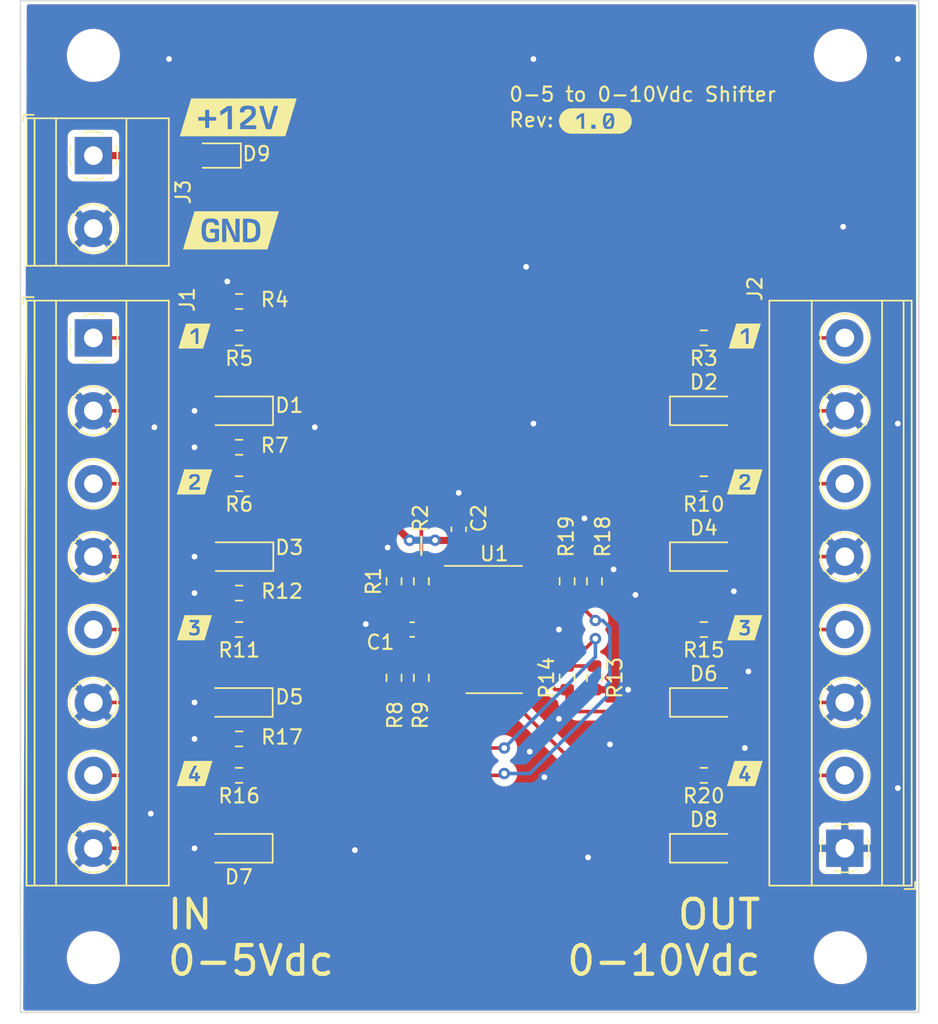
<source format=kicad_pcb>
(kicad_pcb (version 20221018) (generator pcbnew)
  (title_block (title "0-5 to 0-10V DC Level Shifter") (date "2024-02-06") (rev "1.0"))
  (layers (0 "F.Cu" signal) (31 "B.Cu" signal) (34 "B.Paste" user) (35 "F.Paste" user) (36 "B.SilkS" user "B.Silkscreen") (37 "F.SilkS" user "F.Silkscreen") (38 "B.Mask" user) (39 "F.Mask" user) (44 "Edge.Cuts" user))
  (net 0 "")
  (net 1 "Net-(D9-K)")
  (net 2 "GND")
  (net 3 "/IN_1")
  (net 4 "/OUT_1")
  (net 5 "/IN_2")
  (net 6 "/OUT_2")
  (net 7 "/IN_3")
  (net 8 "/OUT_3")
  (net 9 "/IN_4")
  (net 10 "/OUT_4")
  (net 11 "Net-(D9-A)")
  (net 12 "Net-(U1A-IN-)")
  (net 13 "Net-(U1A-OUT1)")
  (net 14 "Net-(U1A-IN+)")
  (net 15 "Net-(U1B-IN+)")
  (net 16 "Net-(U1B-IN-)")
  (net 17 "Net-(U1B-OUT2)")
  (net 18 "Net-(U1C-IN+)")
  (net 19 "Net-(U1C-IN-)")
  (net 20 "Net-(U1C-OUT3)")
  (net 21 "Net-(U1D-IN+)")
  (net 22 "Net-(U1D-IN-)")
  (net 23 "Net-(U1D-OUT4)")
  (footprint "Package_SO:SOIC-14_3.9x8.7mm_P1.27mm" (layer "F.Cu") (at 136.46 90.805)
    (fp_text reference "U1" (at 0 -5.28) (layer "F.SilkS"))
    (fp_text value "TLV9104IDR")
    (pad "1" smd roundrect (at -2.475 -3.81) (size 1.95 0.6) (layers "F.Cu" "F.Paste" "F.Mask") (net 13 "Net-(U1A-OUT1)"))
    (pad "2" smd roundrect (at -2.475 -2.54) (size 1.95 0.6) (layers "F.Cu" "F.Paste" "F.Mask") (net 12 "Net-(U1A-IN-)"))
    (pad "3" smd roundrect (at -2.475 -1.27) (size 1.95 0.6) (layers "F.Cu" "F.Paste" "F.Mask") (net 14 "Net-(U1A-IN+)"))
    (pad "4" smd roundrect (at -2.475 0) (size 1.95 0.6) (layers "F.Cu" "F.Paste" "F.Mask") (net 1 "Net-(D9-K)"))
    (pad "5" smd roundrect (at -2.475 1.27) (size 1.95 0.6) (layers "F.Cu" "F.Paste" "F.Mask") (net 15 "Net-(U1B-IN+)"))
    (pad "6" smd roundrect (at -2.475 2.54) (size 1.95 0.6) (layers "F.Cu" "F.Paste" "F.Mask") (net 16 "Net-(U1B-IN-)"))
    (pad "7" smd roundrect (at -2.475 3.81) (size 1.95 0.6) (layers "F.Cu" "F.Paste" "F.Mask") (net 17 "Net-(U1B-OUT2)"))
    (pad "8" smd roundrect (at 2.475 3.81) (size 1.95 0.6) (layers "F.Cu" "F.Paste" "F.Mask") (net 20 "Net-(U1C-OUT3)"))
    (pad "9" smd roundrect (at 2.475 2.54) (size 1.95 0.6) (layers "F.Cu" "F.Paste" "F.Mask") (net 19 "Net-(U1C-IN-)"))
    (pad "10" smd roundrect (at 2.475 1.27) (size 1.95 0.6) (layers "F.Cu" "F.Paste" "F.Mask") (net 18 "Net-(U1C-IN+)"))
    (pad "11" smd roundrect (at 2.475 0) (size 1.95 0.6) (layers "F.Cu" "F.Paste" "F.Mask") (net 2 "GND"))
    (pad "12" smd roundrect (at 2.475 -1.27) (size 1.95 0.6) (layers "F.Cu" "F.Paste" "F.Mask") (net 21 "Net-(U1D-IN+)"))
    (pad "13" smd roundrect (at 2.475 -2.54) (size 1.95 0.6) (layers "F.Cu" "F.Paste" "F.Mask") (net 22 "Net-(U1D-IN-)"))
    (pad "14" smd roundrect (at 2.475 -3.81) (size 1.95 0.6) (layers "F.Cu" "F.Paste" "F.Mask") (net 23 "Net-(U1D-OUT4)"))
  )
  (footprint "MountingHole:MountingHole_3.2mm_M3_DIN965" (layer "F.Cu") (at 160.59 113.665)
    (fp_text reference "H4" hide)
    (fp_text value "MountingHole")
    (pad "" np_thru_hole circle (at 0 0) (size 3.2 3.2) (drill 3.2) (layers "*.Cu" "*.Mask"))
  )
  (footprint "kibuzzard-65C2349A" (layer "F.Cu") (at 153.924 100.838)
    (fp_text reference "kibuzzard-65C2349A" hide)
    (fp_text value "G***" hide)
  )
  (footprint "Resistor_SMD:R_0603_1608Metric" (layer "F.Cu") (at 118.68 90.805 180)
    (fp_text reference "R11" (at 0 -1.43) (layer "F.SilkS"))
    (fp_text value "510R")
    (pad "1" smd roundrect (at -0.825 0 180) (size 0.8 0.95) (layers "F.Cu" "F.Paste" "F.Mask") (net 18 "Net-(U1C-IN+)"))
    (pad "2" smd roundrect (at 0.825 0 180) (size 0.8 0.95) (layers "F.Cu" "F.Paste" "F.Mask") (net 7 "/IN_3"))
  )
  (footprint "Resistor_SMD:R_0603_1608Metric" (layer "F.Cu") (at 129.475 87.44 90)
    (fp_text reference "R1" (at 0 -1.43 90) (layer "F.SilkS"))
    (fp_text value "10K")
    (pad "1" smd roundrect (at -0.825 0 90) (size 0.8 0.95) (layers "F.Cu" "F.Paste" "F.Mask") (net 12 "Net-(U1A-IN-)"))
    (pad "2" smd roundrect (at 0.825 0 90) (size 0.8 0.95) (layers "F.Cu" "F.Paste" "F.Mask") (net 2 "GND"))
  )
  (footprint "TerminalBlock_Phoenix:TerminalBlock_Phoenix_MKDS-1,5-8-5.08_1x08_P5.08mm_Horizontal" (layer "F.Cu") (at 108.52 70.485 -90)
    (fp_text reference "J1" (at -2.667 -6.542 90) (layer "F.SilkS"))
    (fp_text value "Screw_Terminal_01x08")
    (pad "1" thru_hole rect (at 0 0 270) (size 2.6 2.6) (drill 1.3) (layers "*.Cu" "*.Mask") (net 3 "/IN_1"))
    (pad "2" thru_hole circle (at 5.08 0 270) (size 2.6 2.6) (drill 1.3) (layers "*.Cu" "*.Mask") (net 2 "GND"))
    (pad "3" thru_hole circle (at 10.16 0 270) (size 2.6 2.6) (drill 1.3) (layers "*.Cu" "*.Mask") (net 5 "/IN_2"))
    (pad "4" thru_hole circle (at 15.24 0 270) (size 2.6 2.6) (drill 1.3) (layers "*.Cu" "*.Mask") (net 2 "GND"))
    (pad "5" thru_hole circle (at 20.32 0 270) (size 2.6 2.6) (drill 1.3) (layers "*.Cu" "*.Mask") (net 7 "/IN_3"))
    (pad "6" thru_hole circle (at 25.4 0 270) (size 2.6 2.6) (drill 1.3) (layers "*.Cu" "*.Mask") (net 2 "GND"))
    (pad "7" thru_hole circle (at 30.48 0 270) (size 2.6 2.6) (drill 1.3) (layers "*.Cu" "*.Mask") (net 9 "/IN_4"))
    (pad "8" thru_hole circle (at 35.56 0 270) (size 2.6 2.6) (drill 1.3) (layers "*.Cu" "*.Mask") (net 2 "GND"))
  )
  (footprint "kibuzzard-65C23431" (layer "F.Cu") (at 118.618 55.118)
    (fp_text reference "kibuzzard-65C23431" hide)
    (fp_text value "G***" hide)
  )
  (footprint "Resistor_SMD:R_0603_1608Metric" (layer "F.Cu") (at 118.68 80.645 180)
    (fp_text reference "R6" (at 0 -1.43) (layer "F.SilkS"))
    (fp_text value "510R")
    (pad "1" smd roundrect (at -0.825 0 180) (size 0.8 0.95) (layers "F.Cu" "F.Paste" "F.Mask") (net 15 "Net-(U1B-IN+)"))
    (pad "2" smd roundrect (at 0.825 0 180) (size 0.8 0.95) (layers "F.Cu" "F.Paste" "F.Mask") (net 5 "/IN_2"))
  )
  (footprint "kibuzzard-65C2346D" (layer "F.Cu") (at 153.924 80.518)
    (fp_text reference "kibuzzard-65C2346D" hide)
    (fp_text value "G***" hide)
  )
  (footprint "kibuzzard-65C23458" (layer "F.Cu") (at 153.924 70.358)
    (fp_text reference "kibuzzard-65C23458" hide)
    (fp_text value "G***" hide)
  )
  (footprint "Diode_SMD:D_SOD-123" (layer "F.Cu") (at 151.065 106.045)
    (fp_text reference "D8" (at 0 -2) (layer "F.SilkS"))
    (fp_text value "SJD12A10L01")
    (pad "1" smd roundrect (at -1.65 0) (size 0.9 1.2) (layers "F.Cu" "F.Paste" "F.Mask") (net 10 "/OUT_4"))
    (pad "2" smd roundrect (at 1.65 0) (size 0.9 1.2) (layers "F.Cu" "F.Paste" "F.Mask") (net 2 "GND"))
  )
  (footprint "Resistor_SMD:R_0603_1608Metric" (layer "F.Cu") (at 118.68 67.945 180)
    (fp_text reference "R4" (at -2.478 0.127) (layer "F.SilkS"))
    (fp_text value "220K")
    (pad "1" smd roundrect (at -0.825 0 180) (size 0.8 0.95) (layers "F.Cu" "F.Paste" "F.Mask") (net 14 "Net-(U1A-IN+)"))
    (pad "2" smd roundrect (at 0.825 0 180) (size 0.8 0.95) (layers "F.Cu" "F.Paste" "F.Mask") (net 2 "GND"))
  )
  (footprint "Resistor_SMD:R_0603_1608Metric" (layer "F.Cu") (at 129.475 94.17 -90)
    (fp_text reference "R8" (at 2.604 -0.065 90) (layer "F.SilkS"))
    (fp_text value "10K")
    (pad "1" smd roundrect (at -0.825 0 270) (size 0.8 0.95) (layers "F.Cu" "F.Paste" "F.Mask") (net 16 "Net-(U1B-IN-)"))
    (pad "2" smd roundrect (at 0.825 0 270) (size 0.8 0.95) (layers "F.Cu" "F.Paste" "F.Mask") (net 2 "GND"))
  )
  (footprint "Capacitor_SMD:C_0603_1608Metric" (layer "F.Cu") (at 133.985 83.82 90)
    (fp_text reference "C2" (at 0.762 1.397 90) (layer "F.SilkS"))
    (fp_text value "1uF")
    (pad "1" smd roundrect (at -0.775 0 90) (size 0.9 0.95) (layers "F.Cu" "F.Paste" "F.Mask") (net 1 "Net-(D9-K)"))
    (pad "2" smd roundrect (at 0.775 0 90) (size 0.9 0.95) (layers "F.Cu" "F.Paste" "F.Mask") (net 2 "GND"))
  )
  (footprint "TerminalBlock_Phoenix:TerminalBlock_Phoenix_MKDS-1,5-2-5.08_1x02_P5.08mm_Horizontal" (layer "F.Cu") (at 108.52 57.78 -90)
    (fp_text reference "J3" (at 2.54 -6.26 90) (layer "F.SilkS"))
    (fp_text value "Screw_Terminal_01x02")
    (pad "1" thru_hole rect (at 0 0 270) (size 2.6 2.6) (drill 1.3) (layers "*.Cu" "*.Mask") (net 11 "Net-(D9-A)"))
    (pad "2" thru_hole circle (at 5.08 0 270) (size 2.6 2.6) (drill 1.3) (layers "*.Cu" "*.Mask") (net 2 "GND"))
  )
  (footprint "kibuzzard-65C23448" (layer "F.Cu") (at 118.11 62.992)
    (fp_text reference "kibuzzard-65C23448" hide)
    (fp_text value "G***" hide)
  )
  (footprint "kibuzzard-65C2346D" (layer "F.Cu") (at 115.57 80.518)
    (fp_text reference "kibuzzard-65C2346D" hide)
    (fp_text value "G***" hide)
  )
  (footprint "Resistor_SMD:R_0603_1608Metric" (layer "F.Cu") (at 118.68 88.265 180)
    (fp_text reference "R12" (at -2.986 0.127) (layer "F.SilkS"))
    (fp_text value "220K")
    (pad "1" smd roundrect (at -0.825 0 180) (size 0.8 0.95) (layers "F.Cu" "F.Paste" "F.Mask") (net 18 "Net-(U1C-IN+)"))
    (pad "2" smd roundrect (at 0.825 0 180) (size 0.8 0.95) (layers "F.Cu" "F.Paste" "F.Mask") (net 2 "GND"))
  )
  (footprint "kibuzzard-65C2349A" (layer "F.Cu") (at 115.57 100.838)
    (fp_text reference "kibuzzard-65C2349A" hide)
    (fp_text value "G***" hide)
  )
  (footprint "kibuzzard-65C23477" (layer "F.Cu") (at 153.924 90.678)
    (fp_text reference "kibuzzard-65C23477" hide)
    (fp_text value "G***" hide)
  )
  (footprint "TerminalBlock_Phoenix:TerminalBlock_Phoenix_MKDS-1,5-8-5.08_1x08_P5.08mm_Horizontal" (layer "F.Cu") (at 160.895 106.045 90)
    (fp_text reference "J2" (at 38.989 -6.26 90) (layer "F.SilkS"))
    (fp_text value "Screw_Terminal_01x08")
    (pad "1" thru_hole rect (at 0 0 90) (size 2.6 2.6) (drill 1.3) (layers "*.Cu" "*.Mask") (net 2 "GND"))
    (pad "2" thru_hole circle (at 5.08 0 90) (size 2.6 2.6) (drill 1.3) (layers "*.Cu" "*.Mask") (net 10 "/OUT_4"))
    (pad "3" thru_hole circle (at 10.16 0 90) (size 2.6 2.6) (drill 1.3) (layers "*.Cu" "*.Mask") (net 2 "GND"))
    (pad "4" thru_hole circle (at 15.24 0 90) (size 2.6 2.6) (drill 1.3) (layers "*.Cu" "*.Mask") (net 8 "/OUT_3"))
    (pad "5" thru_hole circle (at 20.32 0 90) (size 2.6 2.6) (drill 1.3) (layers "*.Cu" "*.Mask") (net 2 "GND"))
    (pad "6" thru_hole circle (at 25.4 0 90) (size 2.6 2.6) (drill 1.3) (layers "*.Cu" "*.Mask") (net 6 "/OUT_2"))
    (pad "7" thru_hole circle (at 30.48 0 90) (size 2.6 2.6) (drill 1.3) (layers "*.Cu" "*.Mask") (net 2 "GND"))
    (pad "8" thru_hole circle (at 35.56 0 90) (size 2.6 2.6) (drill 1.3) (layers "*.Cu" "*.Mask") (net 4 "/OUT_1"))
  )
  (footprint "Diode_SMD:D_SOD-123" (layer "F.Cu") (at 151.065 85.725)
    (fp_text reference "D4" (at 0 -2) (layer "F.SilkS"))
    (fp_text value "SJD12A10L01")
    (pad "1" smd roundrect (at -1.65 0) (size 0.9 1.2) (layers "F.Cu" "F.Paste" "F.Mask") (net 6 "/OUT_2"))
    (pad "2" smd roundrect (at 1.65 0) (size 0.9 1.2) (layers "F.Cu" "F.Paste" "F.Mask") (net 2 "GND"))
  )
  (footprint "Resistor_SMD:R_0603_1608Metric" (layer "F.Cu") (at 118.68 78.105 180)
    (fp_text reference "R7" (at -2.478 0.127) (layer "F.SilkS"))
    (fp_text value "220K")
    (pad "1" smd roundrect (at -0.825 0 180) (size 0.8 0.95) (layers "F.Cu" "F.Paste" "F.Mask") (net 15 "Net-(U1B-IN+)"))
    (pad "2" smd roundrect (at 0.825 0 180) (size 0.8 0.95) (layers "F.Cu" "F.Paste" "F.Mask") (net 2 "GND"))
  )
  (footprint "kibuzzard-65C23477" (layer "F.Cu") (at 115.57 90.678)
    (fp_text reference "kibuzzard-65C23477" hide)
    (fp_text value "G***" hide)
  )
  (footprint "Resistor_SMD:R_0603_1608Metric" (layer "F.Cu") (at 151.065 70.485 180)
    (fp_text reference "R3" (at 0 -1.43) (layer "F.SilkS"))
    (fp_text value "10R")
    (pad "1" smd roundrect (at -0.825 0 180) (size 0.8 0.95) (layers "F.Cu" "F.Paste" "F.Mask") (net 4 "/OUT_1"))
    (pad "2" smd roundrect (at 0.825 0 180) (size 0.8 0.95) (layers "F.Cu" "F.Paste" "F.Mask") (net 13 "Net-(U1A-OUT1)"))
  )
  (footprint "Diode_SMD:D_SOD-323" (layer "F.Cu") (at 117.19 57.78 180)
    (fp_text reference "D9" (at -2.698 0.122) (layer "F.SilkS"))
    (fp_text value "BAT20J")
    (pad "1" smd roundrect (at -1.05 0 180) (size 0.6 0.45) (layers "F.Cu" "F.Paste" "F.Mask") (net 1 "Net-(D9-K)"))
    (pad "2" smd roundrect (at 1.05 0 180) (size 0.6 0.45) (layers "F.Cu" "F.Paste" "F.Mask") (net 11 "Net-(D9-A)"))
  )
  (footprint "Resistor_SMD:R_0603_1608Metric" (layer "F.Cu") (at 131.38 87.44 -90)
    (fp_text reference "R2" (at -4.382 0.062 90) (layer "F.SilkS"))
    (fp_text value "10K")
    (pad "1" smd roundrect (at -0.825 0 270) (size 0.8 0.95) (layers "F.Cu" "F.Paste" "F.Mask") (net 13 "Net-(U1A-OUT1)"))
    (pad "2" smd roundrect (at 0.825 0 270) (size 0.8 0.95) (layers "F.Cu" "F.Paste" "F.Mask") (net 12 "Net-(U1A-IN-)"))
  )
  (footprint "MountingHole:MountingHole_3.2mm_M3_DIN965" (layer "F.Cu") (at 108.52 50.8)
    (fp_text reference "H1" hide)
    (fp_text value "MountingHole")
    (pad "" np_thru_hole circle (at 0 0) (size 3.2 3.2) (drill 3.2) (layers "*.Cu" "*.Mask"))
  )
  (footprint "Capacitor_SMD:C_0603_1608Metric" (layer "F.Cu") (at 130.745 90.805 180)
    (fp_text reference "C1" (at 2.221 -0.889) (layer "F.SilkS"))
    (fp_text value "0.1uF")
    (pad "1" smd roundrect (at -0.775 0 180) (size 0.9 0.95) (layers "F.Cu" "F.Paste" "F.Mask") (net 1 "Net-(D9-K)"))
    (pad "2" smd roundrect (at 0.775 0 180) (size 0.9 0.95) (layers "F.Cu" "F.Paste" "F.Mask") (net 2 "GND"))
  )
  (footprint "Diode_SMD:D_SOD-123" (layer "F.Cu") (at 118.68 75.565 180)
    (fp_text reference "D1" (at -3.494 0.381) (layer "F.SilkS"))
    (fp_text value "SJD12A10L01")
    (pad "1" smd roundrect (at -1.65 0 180) (size 0.9 1.2) (layers "F.Cu" "F.Paste" "F.Mask") (net 3 "/IN_1"))
    (pad "2" smd roundrect (at 1.65 0 180) (size 0.9 1.2) (layers "F.Cu" "F.Paste" "F.Mask") (net 2 "GND"))
  )
  (footprint "Resistor_SMD:R_0603_1608Metric" (layer "F.Cu") (at 143.445 87.44 90)
    (fp_text reference "R18" (at 3.112 0.573 90) (layer "F.SilkS"))
    (fp_text value "10K")
    (pad "1" smd roundrect (at -0.825 0 90) (size 0.8 0.95) (layers "F.Cu" "F.Paste" "F.Mask") (net 22 "Net-(U1D-IN-)"))
    (pad "2" smd roundrect (at 0.825 0 90) (size 0.8 0.95) (layers "F.Cu" "F.Paste" "F.Mask") (net 2 "GND"))
  )
  (footprint "Resistor_SMD:R_0603_1608Metric" (layer "F.Cu") (at 118.68 70.485 180)
    (fp_text reference "R5" (at 0 -1.43) (layer "F.SilkS"))
    (fp_text value "510R")
    (pad "1" smd roundrect (at -0.825 0 180) (size 0.8 0.95) (layers "F.Cu" "F.Paste" "F.Mask") (net 14 "Net-(U1A-IN+)"))
    (pad "2" smd roundrect (at 0.825 0 180) (size 0.8 0.95) (layers "F.Cu" "F.Paste" "F.Mask") (net 3 "/IN_1"))
  )
  (footprint "Diode_SMD:D_SOD-123" (layer "F.Cu") (at 118.6575 95.885 180)
    (fp_text reference "D5" (at -3.5165 0.381) (layer "F.SilkS"))
    (fp_text value "SJD12A10L01")
    (pad "1" smd roundrect (at -1.65 0 180) (size 0.9 1.2) (layers "F.Cu" "F.Paste" "F.Mask") (net 7 "/IN_3"))
    (pad "2" smd roundrect (at 1.65 0 180) (size 0.9 1.2) (layers "F.Cu" "F.Paste" "F.Mask") (net 2 "GND"))
  )
  (footprint "kibuzzard-65C23458" (layer "F.Cu") (at 115.57 70.358)
    (fp_text reference "kibuzzard-65C23458" hide)
    (fp_text value "G***" hide)
  )
  (footprint "Resistor_SMD:R_0603_1608Metric" (layer "F.Cu") (at 118.68 98.425 180)
    (fp_text reference "R17" (at -2.986 0.127) (layer "F.SilkS"))
    (fp_text value "220K")
    (pad "1" smd roundrect (at -0.825 0 180) (size 0.8 0.95) (layers "F.Cu" "F.Paste" "F.Mask") (net 21 "Net-(U1D-IN+)"))
    (pad "2" smd roundrect (at 0.825 0 180) (size 0.8 0.95) (layers "F.Cu" "F.Paste" "F.Mask") (net 2 "GND"))
  )
  (footprint "MountingHole:MountingHole_3.2mm_M3_DIN965" (layer "F.Cu") (at 108.52 113.665)
    (fp_text reference "H2" hide)
    (fp_text value "MountingHole")
    (pad "" np_thru_hole circle (at 0 0) (size 3.2 3.2) (drill 3.2) (layers "*.Cu" "*.Mask"))
  )
  (footprint "Diode_SMD:D_SOD-123" (layer "F.Cu") (at 151.065 95.885)
    (fp_text reference "D6" (at 0 -2) (layer "F.SilkS"))
    (fp_text value "SJD12A10L01")
    (pad "1" smd roundrect (at -1.65 0) (size 0.9 1.2) (layers "F.Cu" "F.Paste" "F.Mask") (net 8 "/OUT_3"))
    (pad "2" smd roundrect (at 1.65 0) (size 0.9 1.2) (layers "F.Cu" "F.Paste" "F.Mask") (net 2 "GND"))
  )
  (footprint "Diode_SMD:D_SOD-123" (layer "F.Cu") (at 151.065 75.565)
    (fp_text reference "D2" (at 0 -2) (layer "F.SilkS"))
    (fp_text value "SJD12A10L01")
    (pad "1" smd roundrect (at -1.65 0) (size 0.9 1.2) (layers "F.Cu" "F.Paste" "F.Mask") (net 4 "/OUT_1"))
    (pad "2" smd roundrect (at 1.65 0) (size 0.9 1.2) (layers "F.Cu" "F.Paste" "F.Mask") (net 2 "GND"))
  )
  (footprint "Resistor_SMD:R_0603_1608Metric" (layer "F.Cu") (at 143.445 94.17 -90)
    (fp_text reference "R13" (at 0 -1.43 90) (layer "F.SilkS"))
    (fp_text value "10K")
    (pad "1" smd roundrect (at -0.825 0 270) (size 0.8 0.95) (layers "F.Cu" "F.Paste" "F.Mask") (net 19 "Net-(U1C-IN-)"))
    (pad "2" smd roundrect (at 0.825 0 270) (size 0.8 0.95) (layers "F.Cu" "F.Paste" "F.Mask") (net 2 "GND"))
  )
  (footprint "Resistor_SMD:R_0603_1608Metric" (layer "F.Cu") (at 118.68 100.965 180)
    (fp_text reference "R16" (at 0 -1.43) (layer "F.SilkS"))
    (fp_text value "510R")
    (pad "1" smd roundrect (at -0.825 0 180) (size 0.8 0.95) (layers "F.Cu" "F.Paste" "F.Mask") (net 21 "Net-(U1D-IN+)"))
    (pad "2" smd roundrect (at 0.825 0 180) (size 0.8 0.95) (layers "F.Cu" "F.Paste" "F.Mask") (net 9 "/IN_4"))
  )
  (footprint "Resistor_SMD:R_0603_1608Metric" (layer "F.Cu") (at 131.38 94.17 90)
    (fp_text reference "R9" (at -2.604 -0.062 90) (layer "F.SilkS"))
    (fp_text value "10K")
    (pad "1" smd roundrect (at -0.825 0 90) (size 0.8 0.95) (layers "F.Cu" "F.Paste" "F.Mask") (net 17 "Net-(U1B-OUT2)"))
    (pad "2" smd roundrect (at 0.825 0 90) (size 0.8 0.95) (layers "F.Cu" "F.Paste" "F.Mask") (net 16 "Net-(U1B-IN-)"))
  )
  (footprint "Resistor_SMD:R_0603_1608Metric" (layer "F.Cu") (at 151.065 90.805 180)
    (fp_text reference "R15" (at 0 -1.43) (layer "F.SilkS"))
    (fp_text value "10R")
    (pad "1" smd roundrect (at -0.825 0 180) (size 0.8 0.95) (layers "F.Cu" "F.Paste" "F.Mask") (net 8 "/OUT_3"))
    (pad "2" smd roundrect (at 0.825 0 180) (size 0.8 0.95) (layers "F.Cu" "F.Paste" "F.Mask") (net 20 "Net-(U1C-OUT3)"))
  )
  (footprint "kibuzzard-65C234C2" (layer "F.Cu") (at 143.51 55.372)
    (fp_text reference "kibuzzard-65C234C2" hide)
    (fp_text value "G***" hide)
  )
  (footprint "Resistor_SMD:R_0603_1608Metric" (layer "F.Cu") (at 141.54 87.44 -90)
    (fp_text reference "R19" (at -3.112 0.062 90) (layer "F.SilkS"))
    (fp_text value "10K")
    (pad "1" smd roundrect (at -0.825 0 270) (size 0.8 0.95) (layers "F.Cu" "F.Paste" "F.Mask") (net 23 "Net-(U1D-OUT4)"))
    (pad "2" smd roundrect (at 0.825 0 270) (size 0.8 0.95) (layers "F.Cu" "F.Paste" "F.Mask") (net 22 "Net-(U1D-IN-)"))
  )
  (footprint "Resistor_SMD:R_0603_1608Metric" (layer "F.Cu") (at 151.065 80.645 180)
    (fp_text reference "R10" (at 0 -1.43) (layer "F.SilkS"))
    (fp_text value "10R")
    (pad "1" smd roundrect (at -0.825 0 180) (size 0.8 0.95) (layers "F.Cu" "F.Paste" "F.Mask") (net 6 "/OUT_2"))
    (pad "2" smd roundrect (at 0.825 0 180) (size 0.8 0.95) (layers "F.Cu" "F.Paste" "F.Mask") (net 17 "Net-(U1B-OUT2)"))
  )
  (footprint "Diode_SMD:D_SOD-123" (layer "F.Cu") (at 118.7025 85.725 180)
    (fp_text reference "D3" (at -3.4715 0.635) (layer "F.SilkS"))
    (fp_text value "SJD12A10L01")
    (pad "1" smd roundrect (at -1.65 0 180) (size 0.9 1.2) (layers "F.Cu" "F.Paste" "F.Mask") (net 5 "/IN_2"))
    (pad "2" smd roundrect (at 1.65 0 180) (size 0.9 1.2) (layers "F.Cu" "F.Paste" "F.Mask") (net 2 "GND"))
  )
  (footprint "Diode_SMD:D_SOD-123" (layer "F.Cu") (at 118.6575 106.045 180)
    (fp_text reference "D7" (at 0 -2) (layer "F.SilkS"))
    (fp_text value "SJD12A10L01")
    (pad "1" smd roundrect (at -1.65 0 180) (size 0.9 1.2) (layers "F.Cu" "F.Paste" "F.Mask") (net 9 "/IN_4"))
    (pad "2" smd roundrect (at 1.65 0 180) (size 0.9 1.2) (layers "F.Cu" "F.Paste" "F.Mask") (net 2 "GND"))
  )
  (footprint "Resistor_SMD:R_0603_1608Metric" (layer "F.Cu") (at 151.065 100.965 180)
    (fp_text reference "R20" (at 0 -1.43) (layer "F.SilkS"))
    (fp_text value "10R")
    (pad "1" smd roundrect (at -0.825 0 180) (size 0.8 0.95) (layers "F.Cu" "F.Paste" "F.Mask") (net 10 "/OUT_4"))
    (pad "2" smd roundrect (at 0.825 0 180) (size 0.8 0.95) (layers "F.Cu" "F.Paste" "F.Mask") (net 23 "Net-(U1D-OUT4)"))
  )
  (footprint "MountingHole:MountingHole_3.2mm_M3_DIN965" (layer "F.Cu") (at 160.59 50.8)
    (fp_text reference "H3" hide)
    (fp_text value "MountingHole")
    (pad "" np_thru_hole circle (at 0 0) (size 3.2 3.2) (drill 3.2) (layers "*.Cu" "*.Mask"))
  )
  (footprint "Resistor_SMD:R_0603_1608Metric" (layer "F.Cu") (at 141.54 94.17 90)
    (fp_text reference "R14" (at 0 -1.43 90) (layer "F.SilkS"))
    (fp_text value "10K")
    (pad "1" smd roundrect (at -0.825 0 90) (size 0.8 0.95) (layers "F.Cu" "F.Paste" "F.Mask") (net 20 "Net-(U1C-OUT3)"))
    (pad "2" smd roundrect (at 0.825 0 90) (size 0.8 0.95) (layers "F.Cu" "F.Paste" "F.Mask") (net 19 "Net-(U1C-IN-)"))
  )
  (gr_line (start 131.38 85.598) (end 131.38 84.328) (stroke (width 0.15)) (layer "F.SilkS"))
  (gr_rect (start 103.44 46.99) (end 166.051 117.475) (stroke (width 0.1)) (fill none) (layer "Edge.Cuts"))
  (gr_text "IN\n0-5Vdc" (at 113.538 112.268) (layer "F.SilkS") (effects (font (size 2 2) (thickness 0.3)) (justify left)))
  (gr_text "OUT\n0-10Vdc" (at 155.194 112.268) (layer "F.SilkS") (effects (font (size 2 2) (thickness 0.3)) (justify right)))
  (gr_text "Rev:" (at 137.414 55.88) (layer "F.SilkS") (effects (font (size 1 1)) (justify left bottom)))
  (gr_text "0-5 to 0-10Vdc Shifter" (at 137.414 54.102) (layer "F.SilkS") (effects (font (size 1 1)) (justify left bottom)))
  (segment (start 133.985 90.805) (end 131.52 90.805) (width 0.5) (layer "F.Cu") (net 1))
  (segment (start 129.286 83.312) (end 129.286 58.928) (width 0.5) (layer "F.Cu") (net 1))
  (segment (start 129.286 58.928) (end 128.138 57.78) (width 0.5) (layer "F.Cu") (net 1))
  (segment (start 132.347 84.595) (end 132.334 84.582) (width 0.5) (layer "F.Cu") (net 1))
  (segment (start 135.395 84.595) (end 133.985 84.595) (width 0.5) (layer "F.Cu") (net 1))
  (segment (start 133.985 84.595) (end 132.347 84.595) (width 0.5) (layer "F.Cu") (net 1))
  (segment (start 135.255 90.805) (end 135.636 90.424) (width 0.5) (layer "F.Cu") (net 1))
  (segment (start 135.636 84.836) (end 135.395 84.595) (width 0.5) (layer "F.Cu") (net 1))
  (segment (start 130.556 84.582) (end 129.286 83.312) (width 0.5) (layer "F.Cu") (net 1))
  (segment (start 133.985 90.805) (end 135.255 90.805) (width 0.5) (layer "F.Cu") (net 1))
  (segment (start 128.138 57.78) (end 118.24 57.78) (width 0.5) (layer "F.Cu") (net 1))
  (segment (start 135.636 90.424) (end 135.636 84.836) (width 0.5) (layer "F.Cu") (net 1))
  (via (at 130.556 84.582) (size 0.8) (drill 0.4) (layers "F.Cu" "B.Cu") (net 1))
  (via (at 132.334 84.582) (size 0.8) (drill 0.4) (layers "F.Cu" "B.Cu") (net 1))
  (segment (start 132.334 84.582) (end 130.556 84.582) (width 0.5) (layer "B.Cu") (net 1))
  (segment (start 115.443 95.885) (end 108.52 95.885) (width 0.25) (layer "F.Cu") (net 2))
  (segment (start 115.443 85.725) (end 108.52 85.725) (width 0.25) (layer "F.Cu") (net 2))
  (segment (start 115.57 75.692) (end 115.443 75.565) (width 0.25) (layer "F.Cu") (net 2))
  (segment (start 111.06 78.105) (end 108.52 75.565) (width 0.25) (layer "F.Cu") (net 2))
  (segment (start 115.697 106.045) (end 115.57 105.918) (width 0.25) (layer "F.Cu") (net 2))
  (segment (start 152.715 85.725) (end 160.895 85.725) (width 0.25) (layer "F.Cu") (net 2))
  (segment (start 152.715 75.565) (end 160.895 75.565) (width 0.25) (layer "F.Cu") (net 2))
  (segment (start 115.697 85.725) (end 115.57 85.598) (width 0.25) (layer "F.Cu") (net 2))
  (segment (start 115.443 75.565) (end 108.52 75.565) (width 0.25) (layer "F.Cu") (net 2))
  (segment (start 117.855 98.425) (end 115.697 98.425) (width 0.25) (layer "F.Cu") (net 2))
  (segment (start 144.779 86.615) (end 144.78 86.614) (width 0.25) (layer "F.Cu") (net 2))
  (segment (start 145.795 94.995) (end 143.445 94.995) (width 0.25) (layer "F.Cu") (net 2))
  (segment (start 115.697 88.265) (end 115.57 88.138) (width 0.25) (layer "F.Cu") (net 2))
  (segment (start 117.855 66.549) (end 117.856 66.548) (width 0.25) (layer "F.Cu") (net 2))
  (segment (start 111.06 88.265) (end 108.52 85.725) (width 0.25) (layer "F.Cu") (net 2))
  (segment (start 117.855 88.265) (end 115.697 88.265) (width 0.25) (layer "F.Cu") (net 2))
  (segment (start 129.475 85.533) (end 129.032 85.09) (width 0.25) (layer "F.Cu") (net 2))
  (segment (start 115.57 78.232) (end 115.443 78.105) (width 0.25) (layer "F.Cu") (net 2))
  (segment (start 152.715 106.045) (end 160.895 106.045) (width 0.25) (layer "F.Cu") (net 2))
  (segment (start 117.855 78.105) (end 115.697 78.105) (width 0.25) (layer "F.Cu") (net 2))
  (segment (start 115.57 88.138) (end 115.443 88.265) (width 0.25) (layer "F.Cu") (net 2))
  (segment (start 117.0525 85.725) (end 115.697 85.725) (width 0.25) (layer "F.Cu") (net 2))
  (segment (start 115.697 95.885) (end 115.57 96.012) (width 0.25) (layer "F.Cu") (net 2))
  (segment (start 115.443 98.425) (end 111.06 98.425) (width 0.25) (layer "F.Cu") (net 2))
  (segment (start 115.443 88.265) (end 111.06 88.265) (width 0.25) (layer "F.Cu") (net 2))
  (segment (start 143.445 86.615) (end 144.779 86.615) (width 0.25) (layer "F.Cu") (net 2))
  (segment (start 152.715 95.885) (end 160.895 95.885) (width 0.25) (layer "F.Cu") (net 2))
  (segment (start 115.443 106.045) (end 108.52 106.045) (width 0.25) (layer "F.Cu") (net 2))
  (segment (start 145.796 94.996) (end 145.795 94.995) (width 0.25) (layer "F.Cu") (net 2))
  (segment (start 117.0075 106.045) (end 115.697 106.045) (width 0.25) (layer "F.Cu") (net 2))
  (segment (start 140.97 90.805) (end 138.935 90.805) (width 0.25) (layer "F.Cu") (net 2))
  (segment (start 115.57 105.918) (end 115.443 106.045) (width 0.25) (layer "F.Cu") (net 2))
  (segment (start 115.697 78.105) (end 115.57 78.232) (width 0.25) (layer "F.Cu") (net 2))
  (segment (start 117.0075 95.885) (end 115.697 95.885) (width 0.25) (layer "F.Cu") (net 2))
  (segment (start 115.57 98.298) (end 115.443 98.425) (width 0.25) (layer "F.Cu") (net 2))
  (segment (start 115.443 78.105) (end 111.06 78.105) (width 0.25) (layer "F.Cu") (net 2))
  (segment (start 115.57 85.598) (end 115.443 85.725) (width 0.25) (layer "F.Cu") (net 2))
  (segment (start 117.03 75.565) (end 115.697 75.565) (width 0.25) (layer "F.Cu") (net 2))
  (segment (start 133.985 83.045) (end 133.985 81.28) (width 0.5) (layer "F.Cu") (net 2))
  (segment (start 117.855 67.945) (end 117.855 66.549) (width 0.25) (layer "F.Cu") (net 2))
  (segment (start 127.889 90.805) (end 127.508 90.424) (width 0.5) (layer "F.Cu") (net 2))
  (segment (start 115.697 75.565) (end 115.57 75.692) (width 0.25) (layer "F.Cu") (net 2))
  (segment (start 129.475 86.615) (end 129.475 85.533) (width 0.25) (layer "F.Cu") (net 2))
  (segment (start 111.06 98.425) (end 108.52 95.885) (width 0.25) (layer "F.Cu") (net 2))
  (segment (start 129.97 90.805) (end 127.889 90.805) (width 0.5) (layer "F.Cu") (net 2))
  (segment (start 115.697 98.425) (end 115.57 98.298) (width 0.25) (layer "F.Cu") (net 2))
  (segment (start 115.57 96.012) (end 115.443 95.885) (width 0.25) (layer "F.Cu") (net 2))
  (via (at 133.985 81.28) (size 0.8) (drill 0.4) (layers "F.Cu" "B.Cu") (net 2))
  (via (at 140.97 90.805) (size 0.8) (drill 0.4) (layers "F.Cu" "B.Cu") (net 2))
  (via (at 115.57 75.565) (size 0.8) (drill 0.4) (layers "F.Cu" "B.Cu") (net 2))
  (via (at 154.178 93.726) (size 0.8) (drill 0.4) (layers "F.Cu" "B.Cu") (net 2))
  (via (at 153.924 99.06) (size 0.8) (drill 0.4) (layers "F.Cu" "B.Cu") (net 2))
  (via (at 115.57 95.885) (size 0.8) (drill 0.4) (layers "F.Cu" "B.Cu") (net 2))
  (via (at 115.57 85.725) (size 0.8) (drill 0.4) (layers "F.Cu" "B.Cu") (net 2))
  (via (at 160.782 62.738) (size 0.8) (drill 0.4) (layers "F.Cu" "B.Cu") (net 2))
  (via (at 142.748 83.058) (size 0.8) (drill 0.4) (layers "F.Cu" "B.Cu") (net 2))
  (via (at 113.792 51.054) (size 0.8) (drill 0.4) (layers "F.Cu" "B.Cu") (net 2))
  (via (at 146.304 88.392) (size 0.8) (drill 0.4) (layers "F.Cu" "B.Cu") (net 2))
  (via (at 145.796 94.996) (size 0.8) (drill 0.4) (layers "F.Cu" "B.Cu") (net 2))
  (via (at 153.162 88.138) (size 0.8) (drill 0.4) (layers "F.Cu" "B.Cu") (net 2))
  (via (at 138.684 65.532) (size 0.8) (drill 0.4) (layers "F.Cu" "B.Cu") (net 2))
  (via (at 164.592 101.854) (size 0.8) (drill 0.4) (layers "F.Cu" "B.Cu") (net 2))
  (via (at 115.57 106.045) (size 0.8) (drill 0.4) (layers "F.Cu" "B.Cu") (net 2))
  (via (at 139.192 51.054) (size 0.8) (drill 0.4) (layers "F.Cu" "B.Cu") (net 2))
  (via (at 112.776 76.708) (size 0.8) (drill 0.4) (layers "F.Cu" "B.Cu") (net 2))
  (via (at 164.592 51.054) (size 0.8) (drill 0.4) (layers "F.Cu" "B.Cu") (net 2))
  (via (at 129.032 85.09) (size 0.8) (drill 0.4) (layers "F.Cu" "B.Cu") (net 2))
  (via (at 139.192 76.454) (size 0.8) (drill 0.4) (layers "F.Cu" "B.Cu") (net 2))
  (via (at 144.78 86.614) (size 0.8) (drill 0.4) (layers "F.Cu" "B.Cu") (net 2))
  (via (at 123.952 76.708) (size 0.8) (drill 0.4) (layers "F.Cu" "B.Cu") (net 2))
  (via (at 115.57 78.105) (size 0.8) (drill 0.4) (layers "F.Cu" "B.Cu") (net 2))
  (via (at 126.746 106.172) (size 0.8) (drill 0.4) (layers "F.Cu" "B.Cu") (net 2))
  (via (at 140.97 97.028) (size 0.8) (drill 0.4) (layers "F.Cu" "B.Cu") (net 2))
  (via (at 139.954 101.092) (size 0.8) (drill 0.4) (layers "F.Cu" "B.Cu") (net 2))
  (via (at 115.57 98.425) (size 0.8) (drill 0.4) (layers "F.Cu" "B.Cu") (net 2))
  (via (at 144.526 98.806) (size 0.8) (drill 0.4) (layers "F.Cu" "B.Cu") (net 2))
  (via (at 112.522 103.632) (size 0.8) (drill 0.4) (layers "F.Cu" "B.Cu") (net 2))
  (via (at 127.508 90.424) (size 0.8) (drill 0.4) (layers "F.Cu" "B.Cu") (net 2))
  (via (at 164.592 76.454) (size 0.8) (drill 0.4) (layers "F.Cu" "B.Cu") (net 2))
  (via (at 143.002 106.68) (size 0.8) (drill 0.4) (layers "F.Cu" "B.Cu") (net 2))
  (via (at 115.57 88.265) (size 0.8) (drill 0.4) (layers "F.Cu" "B.Cu") (net 2))
  (via (at 117.856 66.548) (size 0.8) (drill 0.4) (layers "F.Cu" "B.Cu") (net 2))
  (via (at 138.938 99.314) (size 0.8) (drill 0.4) (layers "F.Cu" "B.Cu") (net 2))
  (segment (start 120.33 75.565) (end 120.33 73.975) (width 0.25) (layer "F.Cu") (net 3))
  (segment (start 108.52 70.485) (end 117.855 70.485) (width 0.25) (layer "F.Cu") (net 3))
  (segment (start 117.855 71.5) (end 117.855 70.485) (width 0.25) (layer "F.Cu") (net 3))
  (segment (start 120.33 73.975) (end 117.855 71.5) (width 0.25) (layer "F.Cu") (net 3))
  (segment (start 151.89 71.63) (end 151.89 70.485) (width 0.25) (layer "F.Cu") (net 4))
  (segment (start 149.415 74.105) (end 151.89 71.63) (width 0.25) (layer "F.Cu") (net 4))
  (segment (start 149.415 75.565) (end 149.415 74.105) (width 0.25) (layer "F.Cu") (net 4))
  (segment (start 151.89 70.485) (end 160.895 70.485) (width 0.25) (layer "F.Cu") (net 4))
  (segment (start 117.92 81.66) (end 117.92 80.645) (width 0.25) (layer "F.Cu") (net 5))
  (segment (start 108.585 80.645) (end 117.92 80.645) (width 0.25) (layer "F.Cu") (net 5))
  (segment (start 120.395 84.135) (end 117.92 81.66) (width 0.25) (layer "F.Cu") (net 5))
  (segment (start 120.395 85.725) (end 120.395 84.135) (width 0.25) (layer "F.Cu") (net 5))
  (segment (start 151.89 81.79) (end 151.89 80.645) (width 0.25) (layer "F.Cu") (net 6))
  (segment (start 151.89 80.645) (end 160.895 80.645) (width 0.25) (layer "F.Cu") (net 6))
  (segment (start 149.415 84.265) (end 151.89 81.79) (width 0.25) (layer "F.Cu") (net 6))
  (segment (start 149.415 85.725) (end 149.415 84.265) (width 0.25) (layer "F.Cu") (net 6))
  (segment (start 108.585 90.805) (end 117.92 90.805) (width 0.25) (layer "F.Cu") (net 7))
  (segment (start 120.395 94.295) (end 117.92 91.82) (width 0.25) (layer "F.Cu") (net 7))
  (segment (start 120.395 95.885) (end 120.395 94.295) (width 0.25) (layer "F.Cu") (net 7))
  (segment (start 117.92 91.82) (end 117.92 90.805) (width 0.25) (layer "F.Cu") (net 7))
  (segment (start 151.89 91.95) (end 151.89 90.805) (width 0.25) (layer "F.Cu") (net 8))
  (segment (start 149.415 95.885) (end 149.415 94.425) (width 0.25) (layer "F.Cu") (net 8))
  (segment (start 149.415 94.425) (end 151.89 91.95) (width 0.25) (layer "F.Cu") (net 8))
  (segment (start 151.89 90.805) (end 160.895 90.805) (width 0.25) (layer "F.Cu") (net 8))
  (segment (start 117.92 101.98) (end 117.92 100.965) (width 0.25) (layer "F.Cu") (net 9))
  (segment (start 120.395 104.455) (end 117.92 101.98) (width 0.25) (layer "F.Cu") (net 9))
  (segment (start 120.395 106.045) (end 120.395 104.455) (width 0.25) (layer "F.Cu") (net 9))
  (segment (start 108.585 100.965) (end 117.92 100.965) (width 0.25) (layer "F.Cu") (net 9))
  (segment (start 151.89 102.11) (end 151.89 100.965) (width 0.25) (layer "F.Cu") (net 10))
  (segment (start 149.415 106.045) (end 149.415 104.585) (width 0.25) (layer "F.Cu") (net 10))
  (segment (start 151.89 100.965) (end 160.895 100.965) (width 0.25) (layer "F.Cu") (net 10))
  (segment (start 149.415 104.585) (end 151.89 102.11) (width 0.25) (layer "F.Cu") (net 10))
  (segment (start 108.52 57.78) (end 116.14 57.78) (width 0.5) (layer "F.Cu") (net 11))
  (segment (start 133.985 88.265) (end 129.475 88.265) (width 0.25) (layer "F.Cu") (net 12))
  (segment (start 140.335 70.485) (end 150.24 70.485) (width 0.25) (layer "F.Cu") (net 13))
  (segment (start 131.38 86.615) (end 131.38 79.44) (width 0.25) (layer "F.Cu") (net 13))
  (segment (start 131.38 79.44) (end 140.335 70.485) (width 0.25) (layer "F.Cu") (net 13))
  (segment (start 133.924 87.058) (end 132.524 87.058) (width 0.25) (layer "F.Cu") (net 13))
  (segment (start 132.524 87.058) (end 132.144 86.678) (width 0.25) (layer "F.Cu") (net 13))
  (segment (start 132.144 86.678) (end 131.319 86.678) (width 0.25) (layer "F.Cu") (net 13))
  (segment (start 127 88.646) (end 127 72.136) (width 0.25) (layer "F.Cu") (net 14))
  (segment (start 125.349 70.485) (end 119.505 70.485) (width 0.25) (layer "F.Cu") (net 14))
  (segment (start 127.889 89.535) (end 127 88.646) (width 0.25) (layer "F.Cu") (net 14))
  (segment (start 119.505 70.485) (end 119.505 67.945) (width 0.25) (layer "F.Cu") (net 14))
  (segment (start 127 72.136) (end 125.349 70.485) (width 0.25) (layer "F.Cu") (net 14))
  (segment (start 133.985 89.535) (end 127.889 89.535) (width 0.25) (layer "F.Cu") (net 14))
  (segment (start 124.587 80.645) (end 119.505 80.645) (width 0.25) (layer "F.Cu") (net 15))
  (segment (start 119.505 80.645) (end 119.505 78.105) (width 0.25) (layer "F.Cu") (net 15))
  (segment (start 127.889 92.075) (end 125.984 90.17) (width 0.25) (layer "F.Cu") (net 15))
  (segment (start 125.984 90.17) (end 125.984 82.042) (width 0.25) (layer "F.Cu") (net 15))
  (segment (start 133.985 92.075) (end 127.889 92.075) (width 0.25) (layer "F.Cu") (net 15))
  (segment (start 125.984 82.042) (end 124.587 80.645) (width 0.25) (layer "F.Cu") (net 15))
  (segment (start 133.985 93.345) (end 129.475 93.345) (width 0.25) (layer "F.Cu") (net 16))
  (segment (start 133.985 94.615) (end 132.715 94.615) (width 0.25) (layer "F.Cu") (net 17))
  (segment (start 136.398 84.582) (end 140.335 80.645) (width 0.25) (layer "F.Cu") (net 17))
  (segment (start 135.255 94.615) (end 136.398 93.472) (width 0.25) (layer "F.Cu") (net 17))
  (segment (start 132.715 94.615) (end 132.334 94.996) (width 0.25) (layer "F.Cu") (net 17))
  (segment (start 140.335 80.645) (end 150.24 80.645) (width 0.25) (layer "F.Cu") (net 17))
  (segment (start 132.333 94.995) (end 131.38 94.995) (width 0.25) (layer "F.Cu") (net 17))
  (segment (start 133.985 94.615) (end 135.255 94.615) (width 0.25) (layer "F.Cu") (net 17))
  (segment (start 136.398 93.472) (end 136.398 84.582) (width 0.25) (layer "F.Cu") (net 17))
  (segment (start 132.334 94.996) (end 132.333 94.995) (width 0.25) (layer "F.Cu") (net 17))
  (segment (start 119.505 90.805) (end 119.505 88.265) (width 0.25) (layer "F.Cu") (net 18))
  (segment (start 122.047 88.265) (end 122.936 89.154) (width 0.25) (layer "F.Cu") (net 18))
  (segment (start 122.936 89.154) (end 122.936 96.774) (width 0.25) (layer "F.Cu") (net 18))
  (segment (start 125.222 99.06) (end 137.16 99.06) (width 0.25) (layer "F.Cu") (net 18))
  (segment (start 119.505 88.265) (end 122.047 88.265) (width 0.25) (layer "F.Cu") (net 18))
  (segment (start 142.875 92.075) (end 143.51 91.44) (width 0.25) (layer "F.Cu") (net 18))
  (segment (start 122.936 96.774) (end 125.222 99.06) (width 0.25) (layer "F.Cu") (net 18))
  (segment (start 138.935 92.075) (end 142.875 92.075) (width 0.25) (layer "F.Cu") (net 18))
  (via (at 143.51 91.44) (size 0.8) (drill 0.4) (layers "F.Cu" "B.Cu") (net 18))
  (via (at 137.16 99.06) (size 0.8) (drill 0.4) (layers "F.Cu" "B.Cu") (net 18))
  (segment (start 143.51 91.44) (end 143.51 92.71) (width 0.25) (layer "B.Cu") (net 18))
  (segment (start 143.51 92.71) (end 137.16 99.06) (width 0.25) (layer "B.Cu") (net 18))
  (segment (start 138.935 93.345) (end 143.445 93.345) (width 0.25) (layer "F.Cu") (net 19))
  (segment (start 140.715 94.995) (end 141.54 94.995) (width 0.25) (layer "F.Cu") (net 20))
  (segment (start 147.32 95.885) (end 147.32 92.075) (width 0.25) (layer "F.Cu") (net 20))
  (segment (start 146.685 96.52) (end 147.32 95.885) (width 0.25) (layer "F.Cu") (net 20))
  (segment (start 141.54 94.995) (end 141.54 95.82) (width 0.25) (layer "F.Cu") (net 20))
  (segment (start 138.935 94.615) (end 140.335 94.615) (width 0.25) (layer "F.Cu") (net 20))
  (segment (start 142.24 96.52) (end 146.685 96.52) (width 0.25) (layer "F.Cu") (net 20))
  (segment (start 148.59 90.805) (end 150.24 90.805) (width 0.25) (layer "F.Cu") (net 20))
  (segment (start 140.335 94.615) (end 140.715 94.995) (width 0.25) (layer "F.Cu") (net 20))
  (segment (start 147.32 92.075) (end 148.59 90.805) (width 0.25) (layer "F.Cu") (net 20))
  (segment (start 141.54 95.82) (end 142.24 96.52) (width 0.25) (layer "F.Cu") (net 20))
  (segment (start 137.16 100.838) (end 137.033 100.965) (width 0.25) (layer "F.Cu") (net 21))
  (segment (start 137.033 100.965) (end 119.505 100.965) (width 0.25) (layer "F.Cu") (net 21))
  (segment (start 142.875 89.535) (end 143.51 90.17) (width 0.25) (layer "F.Cu") (net 21))
  (segment (start 138.935 89.535) (end 142.875 89.535) (width 0.25) (layer "F.Cu") (net 21))
  (segment (start 119.505 100.965) (end 119.505 98.425) (width 0.25) (layer "F.Cu") (net 21))
  (via (at 137.16 100.838) (size 0.8) (drill 0.4) (layers "F.Cu" "B.Cu") (net 21))
  (via (at 143.51 90.17) (size 0.8) (drill 0.4) (layers "F.Cu" "B.Cu") (net 21))
  (segment (start 144.526 94.478695) (end 144.309 94.695695) (width 0.25) (layer "B.Cu") (net 21))
  (segment (start 144.526 90.678) (end 144.526 94.478695) (width 0.25) (layer "B.Cu") (net 21))
  (segment (start 144.309 94.695695) (end 144.309 95.467) (width 0.25) (layer "B.Cu") (net 21))
  (segment (start 138.938 100.838) (end 137.16 100.838) (width 0.25) (layer "B.Cu") (net 21))
  (segment (start 143.51 90.17) (end 144.018 90.17) (width 0.25) (layer "B.Cu") (net 21))
  (segment (start 144.309 95.467) (end 138.938 100.838) (width 0.25) (layer "B.Cu") (net 21))
  (segment (start 144.018 90.17) (end 144.526 90.678) (width 0.25) (layer "B.Cu") (net 21))
  (segment (start 138.935 88.265) (end 143.445 88.265) (width 0.25) (layer "F.Cu") (net 22))
  (segment (start 137.16 87.63) (end 137.16 95.25) (width 0.25) (layer "F.Cu") (net 23))
  (segment (start 137.16 95.25) (end 142.875 100.965) (width 0.25) (layer "F.Cu") (net 23))
  (segment (start 138.935 86.995) (end 137.795 86.995) (width 0.25) (layer "F.Cu") (net 23))
  (segment (start 137.795 86.995) (end 137.16 87.63) (width 0.25) (layer "F.Cu") (net 23))
  (segment (start 140.272 87.058) (end 140.652 86.678) (width 0.25) (layer "F.Cu") (net 23))
  (segment (start 140.652 86.678) (end 141.477 86.678) (width 0.25) (layer "F.Cu") (net 23))
  (segment (start 142.875 100.965) (end 150.24 100.965) (width 0.25) (layer "F.Cu") (net 23))
  (segment (start 138.872 87.058) (end 140.272 87.058) (width 0.25) (layer "F.Cu") (net 23))
  (zone (net 2) (net_name "GND") (layers "F&B.Cu") (name "GND") (connect_pads (clearance 0.5)) (min_thickness 0.25) (fill yes (thermal_gap 0.5) (thermal_bridge_width 0.5))
    (polygon (pts (xy 103.886 47.244) (xy 165.862 47.244) (xy 165.862 117.348) (xy 103.632 117.348)))
  )
)
</source>
